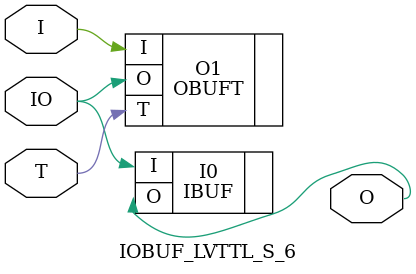
<source format=v>


`timescale  1 ps / 1 ps


module IOBUF_LVTTL_S_6 (O, IO, I, T);

    output O;

    inout  IO;

    input  I, T;

        OBUFT #(.IOSTANDARD("LVTTL"), .SLEW("SLOW"), .DRIVE(6)) O1 (.O(IO), .I(I), .T(T)); 
	IBUF #(.IOSTANDARD("LVTTL"))  I0 (.O(O), .I(IO));
        

endmodule



</source>
